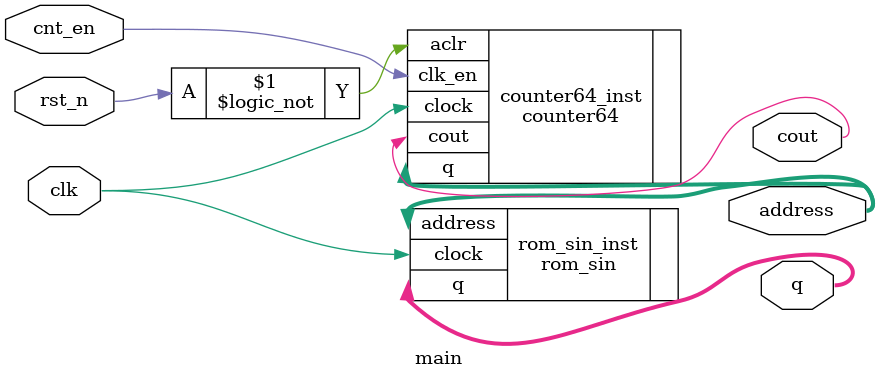
<source format=v>
module main (
    input clk,
    input rst_n,
    input cnt_en,

    output cout,
    output wire [6:0] address,
    output [7:0] q
);

    counter64	counter64_inst (
	.aclr       ( !rst_n        ),
	.clk_en     ( cnt_en        ),
	.clock      ( clk           ),
	.cout       ( cout          ),
	.q          ( address       )
	);

    rom_sin	rom_sin_inst (
	.address    ( address   ),
	.clock      ( clk     ),
	.q          ( q         )
	);

endmodule
</source>
